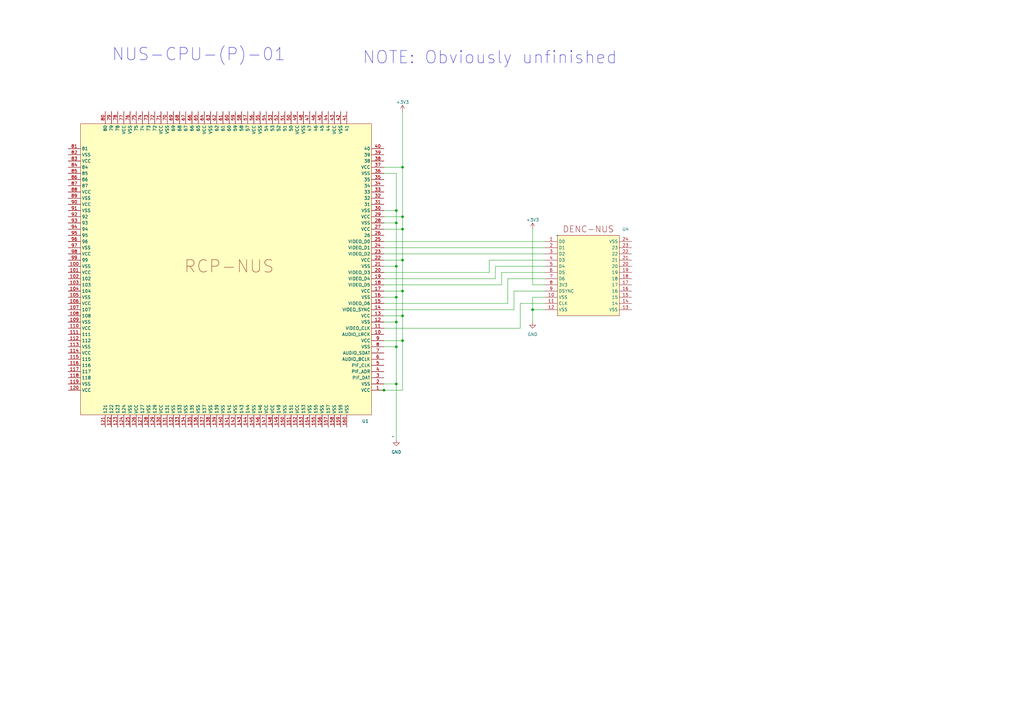
<source format=kicad_sch>
(kicad_sch (version 20230121) (generator eeschema)
  (paper "A3")
  (title_block (title "NUS-CPU-(P)-01") (date "2023-04-05"))
  (lib_symbols
    (symbol "n64:DENC-NUS"
      (property "Reference" "U" (at 0 0 0))
      (symbol "DENC-NUS_1_1"
        (rectangle (start -27.94 35.56) (end -2.54 2.54) (fill (type background)))
        (text "DENC-NUS" (at -15.24 38.1 0) (effects (font (size 2.54 2.54))))
        (pin bidirectional line (at -33.02 33.02 0) (length 5.08) (name "D0") (number "1"))
        (pin power_in line (at -33.02 10.16 0) (length 5.08) (name "VSS") (number "10"))
        (pin bidirectional line (at -33.02 7.62 0) (length 5.08) (name "CLK") (number "11"))
        (pin power_in line (at -33.02 5.08 0) (length 5.08) (name "VSS") (number "12"))
        (pin power_in line (at 2.54 5.08 180) (length 5.08) (name "VSS") (number "13"))
        (pin bidirectional line (at 2.54 7.62 180) (length 5.08) (name "14") (number "14"))
        (pin bidirectional line (at 2.54 10.16 180) (length 5.08) (name "15") (number "15"))
        (pin bidirectional line (at 2.54 12.7 180) (length 5.08) (name "16") (number "16"))
        (pin bidirectional line (at 2.54 15.24 180) (length 5.08) (name "17") (number "17"))
        (pin bidirectional line (at 2.54 17.78 180) (length 5.08) (name "18") (number "18"))
        (pin bidirectional line (at 2.54 20.32 180) (length 5.08) (name "19") (number "19"))
        (pin bidirectional line (at -33.02 30.48 0) (length 5.08) (name "D1") (number "2"))
        (pin bidirectional line (at 2.54 22.86 180) (length 5.08) (name "20") (number "20"))
        (pin bidirectional line (at 2.54 25.4 180) (length 5.08) (name "21") (number "21"))
        (pin bidirectional line (at 2.54 27.94 180) (length 5.08) (name "22") (number "22"))
        (pin bidirectional line (at 2.54 30.48 180) (length 5.08) (name "23") (number "23"))
        (pin power_in line (at 2.54 33.02 180) (length 5.08) (name "VSS") (number "24"))
        (pin bidirectional line (at -33.02 27.94 0) (length 5.08) (name "D2") (number "3"))
        (pin bidirectional line (at -33.02 25.4 0) (length 5.08) (name "D3") (number "4"))
        (pin bidirectional line (at -33.02 22.86 0) (length 5.08) (name "D4") (number "5"))
        (pin bidirectional line (at -33.02 20.32 0) (length 5.08) (name "D5") (number "6"))
        (pin bidirectional line (at -33.02 17.78 0) (length 5.08) (name "D6") (number "7"))
        (pin power_in line (at -33.02 15.24 0) (length 5.08) (name "3V3") (number "8"))
        (pin bidirectional line (at -33.02 12.7 0) (length 5.08) (name "DSYNC") (number "9"))
      )
    )
    (symbol "n64:RCP-NUS"
      (property "Reference" "U" (at 8.89 6.35 0))
      (symbol "RCP-NUS_1_1"
        (rectangle (start -119.38 134.62) (end 0 15.24) (fill (type background)))
        (text "RCP-NUS" (at -58.42 76.2 0) (effects (font (size 5.08 5.08))))
        (pin bidirectional line (at 5.08 25.4 180) (length 5.08) (name "VCC") (number "1"))
        (pin bidirectional line (at 5.08 48.26 180) (length 5.08) (name "AUDIO_LRCK") (number "10"))
        (pin bidirectional line (at -124.46 76.2 0) (length 5.08) (name "VSS") (number "100"))
        (pin bidirectional line (at -124.46 73.66 0) (length 5.08) (name "VCC") (number "101"))
        (pin bidirectional line (at -124.46 71.12 0) (length 5.08) (name "102") (number "102"))
        (pin bidirectional line (at -124.46 68.58 0) (length 5.08) (name "103") (number "103"))
        (pin bidirectional line (at -124.46 66.04 0) (length 5.08) (name "104") (number "104"))
        (pin bidirectional line (at -124.46 63.5 0) (length 5.08) (name "VSS") (number "105"))
        (pin bidirectional line (at -124.46 60.96 0) (length 5.08) (name "VCC") (number "106"))
        (pin bidirectional line (at -124.46 58.42 0) (length 5.08) (name "107") (number "107"))
        (pin bidirectional line (at -124.46 55.88 0) (length 5.08) (name "108") (number "108"))
        (pin bidirectional line (at -124.46 53.34 0) (length 5.08) (name "VSS") (number "109"))
        (pin bidirectional line (at 5.08 50.8 180) (length 5.08) (name "VIDEO_CLK") (number "11"))
        (pin bidirectional line (at -124.46 50.8 0) (length 5.08) (name "VCC") (number "110"))
        (pin bidirectional line (at -124.46 48.26 0) (length 5.08) (name "111") (number "111"))
        (pin bidirectional line (at -124.46 45.72 0) (length 5.08) (name "112") (number "112"))
        (pin bidirectional line (at -124.46 43.18 0) (length 5.08) (name "VSS") (number "113"))
        (pin bidirectional line (at -124.46 40.64 0) (length 5.08) (name "VCC") (number "114"))
        (pin bidirectional line (at -124.46 38.1 0) (length 5.08) (name "115") (number "115"))
        (pin bidirectional line (at -124.46 35.56 0) (length 5.08) (name "116") (number "116"))
        (pin bidirectional line (at -124.46 33.02 0) (length 5.08) (name "117") (number "117"))
        (pin bidirectional line (at -124.46 30.48 0) (length 5.08) (name "118") (number "118"))
        (pin bidirectional line (at -124.46 27.94 0) (length 5.08) (name "VSS") (number "119"))
        (pin bidirectional line (at 5.08 53.34 180) (length 5.08) (name "VSS") (number "12"))
        (pin bidirectional line (at -124.46 25.4 0) (length 5.08) (name "VCC") (number "120"))
        (pin bidirectional line (at -109.22 10.16 90) (length 5.08) (name "121") (number "121"))
        (pin bidirectional line (at -106.68 10.16 90) (length 5.08) (name "122") (number "122"))
        (pin bidirectional line (at -104.14 10.16 90) (length 5.08) (name "123") (number "123"))
        (pin bidirectional line (at -101.6 10.16 90) (length 5.08) (name "124") (number "124"))
        (pin bidirectional line (at -99.06 10.16 90) (length 5.08) (name "VSS") (number "125"))
        (pin bidirectional line (at -96.52 10.16 90) (length 5.08) (name "VCC") (number "126"))
        (pin bidirectional line (at -93.98 10.16 90) (length 5.08) (name "127") (number "127"))
        (pin bidirectional line (at -91.44 10.16 90) (length 5.08) (name "VSS") (number "128"))
        (pin bidirectional line (at -88.9 10.16 90) (length 5.08) (name "129") (number "129"))
        (pin bidirectional line (at 5.08 55.88 180) (length 5.08) (name "VCC") (number "13"))
        (pin bidirectional line (at -86.36 10.16 90) (length 5.08) (name "VCC") (number "130"))
        (pin bidirectional line (at -83.82 10.16 90) (length 5.08) (name "131") (number "131"))
        (pin bidirectional line (at -81.28 10.16 90) (length 5.08) (name "VSS") (number "132"))
        (pin bidirectional line (at -78.74 10.16 90) (length 5.08) (name "133") (number "133"))
        (pin bidirectional line (at -76.2 10.16 90) (length 5.08) (name "VSS") (number "134"))
        (pin bidirectional line (at -73.66 10.16 90) (length 5.08) (name "135") (number "135"))
        (pin bidirectional line (at -71.12 10.16 90) (length 5.08) (name "VSS") (number "136"))
        (pin bidirectional line (at -68.58 10.16 90) (length 5.08) (name "137") (number "137"))
        (pin bidirectional line (at -66.04 10.16 90) (length 5.08) (name "VSS") (number "138"))
        (pin bidirectional line (at -63.5 10.16 90) (length 5.08) (name "139") (number "139"))
        (pin bidirectional line (at 5.08 58.42 180) (length 5.08) (name "VIDEO_SYNC") (number "14"))
        (pin bidirectional line (at -60.96 10.16 90) (length 5.08) (name "VSS") (number "140"))
        (pin bidirectional line (at -58.42 10.16 90) (length 5.08) (name "141") (number "141"))
        (pin bidirectional line (at -55.88 10.16 90) (length 5.08) (name "VSS") (number "142"))
        (pin bidirectional line (at -53.34 10.16 90) (length 5.08) (name "143") (number "143"))
        (pin bidirectional line (at -50.8 10.16 90) (length 5.08) (name "144") (number "144"))
        (pin bidirectional line (at -48.26 10.16 90) (length 5.08) (name "VSS") (number "145"))
        (pin bidirectional line (at -45.72 10.16 90) (length 5.08) (name "146") (number "146"))
        (pin bidirectional line (at -43.18 10.16 90) (length 5.08) (name "VCC") (number "147"))
        (pin bidirectional line (at -40.64 10.16 90) (length 5.08) (name "VCC") (number "148"))
        (pin bidirectional line (at -38.1 10.16 90) (length 5.08) (name "149") (number "149"))
        (pin bidirectional line (at 5.08 60.96 180) (length 5.08) (name "VIDEO_D6") (number "15"))
        (pin bidirectional line (at -35.56 10.16 90) (length 5.08) (name "VSS") (number "150"))
        (pin bidirectional line (at -33.02 10.16 90) (length 5.08) (name "151") (number "151"))
        (pin bidirectional line (at -30.48 10.16 90) (length 5.08) (name "VCC") (number "152"))
        (pin bidirectional line (at -27.94 10.16 90) (length 5.08) (name "153") (number "153"))
        (pin bidirectional line (at -25.4 10.16 90) (length 5.08) (name "VSS") (number "154"))
        (pin bidirectional line (at -22.86 10.16 90) (length 5.08) (name "155") (number "155"))
        (pin bidirectional line (at -20.32 10.16 90) (length 5.08) (name "VSS") (number "156"))
        (pin bidirectional line (at -17.78 10.16 90) (length 5.08) (name "157") (number "157"))
        (pin bidirectional line (at -15.24 10.16 90) (length 5.08) (name "VSS") (number "158"))
        (pin bidirectional line (at -12.7 10.16 90) (length 5.08) (name "159") (number "159"))
        (pin bidirectional line (at 5.08 63.5 180) (length 5.08) (name "VSS") (number "16"))
        (pin bidirectional line (at -10.16 10.16 90) (length 5.08) (name "VSS") (number "160"))
        (pin bidirectional line (at 5.08 66.04 180) (length 5.08) (name "VCC") (number "17"))
        (pin bidirectional line (at 5.08 68.58 180) (length 5.08) (name "VIDEO_D5") (number "18"))
        (pin bidirectional line (at 5.08 71.12 180) (length 5.08) (name "VIDEO_D4") (number "19"))
        (pin bidirectional line (at 5.08 27.94 180) (length 5.08) (name "VSS") (number "2"))
        (pin bidirectional line (at 5.08 73.66 180) (length 5.08) (name "VIDEO_D3") (number "20"))
        (pin bidirectional line (at 5.08 76.2 180) (length 5.08) (name "VSS") (number "21"))
        (pin bidirectional line (at 5.08 78.74 180) (length 5.08) (name "VCC") (number "22"))
        (pin bidirectional line (at 5.08 81.28 180) (length 5.08) (name "VIDEO_D2") (number "23"))
        (pin bidirectional line (at 5.08 83.82 180) (length 5.08) (name "VIDEO_D1") (number "24"))
        (pin bidirectional line (at 5.08 86.36 180) (length 5.08) (name "VIDEO_D0") (number "25"))
        (pin bidirectional line (at 5.08 88.9 180) (length 5.08) (name "26") (number "26"))
        (pin bidirectional line (at 5.08 91.44 180) (length 5.08) (name "VCC") (number "27"))
        (pin bidirectional line (at 5.08 93.98 180) (length 5.08) (name "VSS") (number "28"))
        (pin bidirectional line (at 5.08 96.52 180) (length 5.08) (name "VCC") (number "29"))
        (pin bidirectional line (at 5.08 30.48 180) (length 5.08) (name "PIF_DAT") (number "3"))
        (pin bidirectional line (at 5.08 99.06 180) (length 5.08) (name "VSS") (number "30"))
        (pin bidirectional line (at 5.08 101.6 180) (length 5.08) (name "31") (number "31"))
        (pin bidirectional line (at 5.08 104.14 180) (length 5.08) (name "32") (number "32"))
        (pin bidirectional line (at 5.08 106.68 180) (length 5.08) (name "33") (number "33"))
        (pin bidirectional line (at 5.08 109.22 180) (length 5.08) (name "34") (number "34"))
        (pin bidirectional line (at 5.08 111.76 180) (length 5.08) (name "35") (number "35"))
        (pin bidirectional line (at 5.08 114.3 180) (length 5.08) (name "VSS") (number "36"))
        (pin bidirectional line (at 5.08 116.84 180) (length 5.08) (name "VCC") (number "37"))
        (pin bidirectional line (at 5.08 119.38 180) (length 5.08) (name "38") (number "38"))
        (pin bidirectional line (at 5.08 121.92 180) (length 5.08) (name "39") (number "39"))
        (pin bidirectional line (at 5.08 33.02 180) (length 5.08) (name "PIF_ADR") (number "4"))
        (pin bidirectional line (at 5.08 124.46 180) (length 5.08) (name "40") (number "40"))
        (pin bidirectional line (at -10.16 139.7 270) (length 5.08) (name "41") (number "41"))
        (pin bidirectional line (at -12.7 139.7 270) (length 5.08) (name "VSS") (number "42"))
        (pin bidirectional line (at -15.24 139.7 270) (length 5.08) (name "VCC") (number "43"))
        (pin bidirectional line (at -17.78 139.7 270) (length 5.08) (name "44") (number "44"))
        (pin bidirectional line (at -20.32 139.7 270) (length 5.08) (name "45") (number "45"))
        (pin bidirectional line (at -22.86 139.7 270) (length 5.08) (name "46") (number "46"))
        (pin bidirectional line (at -25.4 139.7 270) (length 5.08) (name "47") (number "47"))
        (pin bidirectional line (at -27.94 139.7 270) (length 5.08) (name "VSS") (number "48"))
        (pin bidirectional line (at -30.48 139.7 270) (length 5.08) (name "VCC") (number "49"))
        (pin bidirectional line (at 5.08 35.56 180) (length 5.08) (name "PIF_CLK") (number "5"))
        (pin bidirectional line (at -33.02 139.7 270) (length 5.08) (name "50") (number "50"))
        (pin bidirectional line (at -35.56 139.7 270) (length 5.08) (name "51") (number "51"))
        (pin bidirectional line (at -38.1 139.7 270) (length 5.08) (name "52") (number "52"))
        (pin bidirectional line (at -40.64 139.7 270) (length 5.08) (name "53") (number "53"))
        (pin bidirectional line (at -43.18 139.7 270) (length 5.08) (name "54") (number "54"))
        (pin bidirectional line (at -45.72 139.7 270) (length 5.08) (name "VSS") (number "55"))
        (pin bidirectional line (at -48.26 139.7 270) (length 5.08) (name "VCC") (number "56"))
        (pin bidirectional line (at -50.8 139.7 270) (length 5.08) (name "57") (number "57"))
        (pin bidirectional line (at -53.34 139.7 270) (length 5.08) (name "58") (number "58"))
        (pin bidirectional line (at -55.88 139.7 270) (length 5.08) (name "59") (number "59"))
        (pin bidirectional line (at 5.08 38.1 180) (length 5.08) (name "AUDIO_BCLK") (number "6"))
        (pin bidirectional line (at -58.42 139.7 270) (length 5.08) (name "60") (number "60"))
        (pin bidirectional line (at -60.96 139.7 270) (length 5.08) (name "61") (number "61"))
        (pin bidirectional line (at -63.5 139.7 270) (length 5.08) (name "62") (number "62"))
        (pin bidirectional line (at -66.04 139.7 270) (length 5.08) (name "VSS") (number "63"))
        (pin bidirectional line (at -68.58 139.7 270) (length 5.08) (name "VCC") (number "64"))
        (pin bidirectional line (at -71.12 139.7 270) (length 5.08) (name "65") (number "65"))
        (pin bidirectional line (at -73.66 139.7 270) (length 5.08) (name "66") (number "66"))
        (pin bidirectional line (at -76.2 139.7 270) (length 5.08) (name "67") (number "67"))
        (pin bidirectional line (at -78.74 139.7 270) (length 5.08) (name "68") (number "68"))
        (pin bidirectional line (at -81.28 139.7 270) (length 5.08) (name "69") (number "69"))
        (pin bidirectional line (at 5.08 40.64 180) (length 5.08) (name "AUDIO_SDAT") (number "7"))
        (pin bidirectional line (at -83.82 139.7 270) (length 5.08) (name "VSS") (number "70"))
        (pin bidirectional line (at -86.36 139.7 270) (length 5.08) (name "VCC") (number "71"))
        (pin bidirectional line (at -88.9 139.7 270) (length 5.08) (name "72") (number "72"))
        (pin bidirectional line (at -91.44 139.7 270) (length 5.08) (name "73") (number "73"))
        (pin bidirectional line (at -93.98 139.7 270) (length 5.08) (name "74") (number "74"))
        (pin bidirectional line (at -96.52 139.7 270) (length 5.08) (name "75") (number "75"))
        (pin bidirectional line (at -99.06 139.7 270) (length 5.08) (name "VSS") (number "76"))
        (pin bidirectional line (at -101.6 139.7 270) (length 5.08) (name "VCC") (number "77"))
        (pin bidirectional line (at -104.14 139.7 270) (length 5.08) (name "78") (number "78"))
        (pin bidirectional line (at -106.68 139.7 270) (length 5.08) (name "79") (number "79"))
        (pin bidirectional line (at 5.08 43.18 180) (length 5.08) (name "VSS") (number "8"))
        (pin bidirectional line (at -109.22 139.7 270) (length 5.08) (name "80") (number "80"))
        (pin bidirectional line (at -124.46 124.46 0) (length 5.08) (name "81") (number "81"))
        (pin bidirectional line (at -124.46 121.92 0) (length 5.08) (name "VSS") (number "82"))
        (pin bidirectional line (at -124.46 119.38 0) (length 5.08) (name "VCC") (number "83"))
        (pin bidirectional line (at -124.46 116.84 0) (length 5.08) (name "84") (number "84"))
        (pin bidirectional line (at -124.46 114.3 0) (length 5.08) (name "85") (number "85"))
        (pin bidirectional line (at -124.46 111.76 0) (length 5.08) (name "86") (number "86"))
        (pin bidirectional line (at -124.46 109.22 0) (length 5.08) (name "87") (number "87"))
        (pin bidirectional line (at -124.46 106.68 0) (length 5.08) (name "VCC") (number "88"))
        (pin bidirectional line (at -124.46 104.14 0) (length 5.08) (name "VSS") (number "89"))
        (pin bidirectional line (at 5.08 45.72 180) (length 5.08) (name "VCC") (number "9"))
        (pin bidirectional line (at -124.46 101.6 0) (length 5.08) (name "VCC") (number "90"))
        (pin bidirectional line (at -124.46 99.06 0) (length 5.08) (name "VSS") (number "91"))
        (pin bidirectional line (at -124.46 96.52 0) (length 5.08) (name "92") (number "92"))
        (pin bidirectional line (at -124.46 93.98 0) (length 5.08) (name "93") (number "93"))
        (pin bidirectional line (at -124.46 91.44 0) (length 5.08) (name "94") (number "94"))
        (pin bidirectional line (at -124.46 88.9 0) (length 5.08) (name "95") (number "95"))
        (pin bidirectional line (at -124.46 86.36 0) (length 5.08) (name "96") (number "96"))
        (pin bidirectional line (at -124.46 83.82 0) (length 5.08) (name "VSS") (number "97"))
        (pin bidirectional line (at -124.46 81.28 0) (length 5.08) (name "VCC") (number "98"))
        (pin bidirectional line (at -124.46 78.74 0) (length 5.08) (name "99") (number "99"))
      )
    )
    (symbol "power:+3V3" (power) (pin_names (offset 0))
      (property "Value" "+3V3" (at 0 3.556 0))
      (symbol "+3V3_0_1"
        (polyline (pts (xy -0.762 1.27) (xy 0 2.54)))
        (polyline (pts (xy 0 0) (xy 0 2.54)))
        (polyline (pts (xy 0 2.54) (xy 0.762 1.27)))
      )
      (symbol "+3V3_1_1"
        (pin power_in line (at 0 0 90) (length 0) hide (name "+3V3") (number "1"))
      )
    )
    (symbol "power:GND" (power) (pin_names (offset 0))
      (property "Value" "GND" (at 0 -3.81 0))
      (symbol "GND_0_1"
        (polyline (pts (xy 0 0) (xy 0 -1.27) (xy 1.27 -1.27) (xy 0 -2.54) (xy -1.27 -1.27) (xy 0 -1.27)))
      )
      (symbol "GND_1_1"
        (pin power_in line (at 0 0 270) (length 0) hide (name "GND") (number "1"))
      )
    )
  )
  (junction (at 165.1 139.7))
  (junction (at 165.1 119.38))
  (junction (at 162.56 109.22))
  (junction (at 162.56 91.44))
  (junction (at 165.1 129.54))
  (junction (at 162.56 132.08))
  (junction (at 218.44 127))
  (junction (at 162.56 142.24))
  (junction (at 162.56 157.48))
  (junction (at 165.1 93.98))
  (junction (at 157.48 160.02))
  (junction (at 165.1 106.68))
  (junction (at 165.1 68.58))
  (junction (at 165.1 88.9))
  (junction (at 162.56 121.92))
  (junction (at 162.56 86.36))
  (wire (pts (xy 165.1 88.9) (xy 165.1 93.98)))
  (wire (pts (xy 203.2 114.3) (xy 157.48 114.3)))
  (wire (pts (xy 157.48 91.44) (xy 162.56 91.44)))
  (wire (pts (xy 205.74 111.76) (xy 223.52 111.76)))
  (wire (pts (xy 162.56 180.34) (xy 162.56 157.48)))
  (wire (pts (xy 223.52 124.46) (xy 213.36 124.46)))
  (wire (pts (xy 223.52 119.38) (xy 210.82 119.38)))
  (wire (pts (xy 157.48 106.68) (xy 165.1 106.68)))
  (wire (pts (xy 165.1 139.7) (xy 165.1 160.02)))
  (wire (pts (xy 157.48 119.38) (xy 165.1 119.38)))
  (wire (pts (xy 165.1 129.54) (xy 165.1 139.7)))
  (wire (pts (xy 165.1 93.98) (xy 165.1 106.68)))
  (wire (pts (xy 165.1 106.68) (xy 165.1 119.38)))
  (wire (pts (xy 200.66 106.68) (xy 223.52 106.68)))
  (wire (pts (xy 218.44 93.98) (xy 218.44 116.84)))
  (wire (pts (xy 157.48 99.06) (xy 223.52 99.06)))
  (wire (pts (xy 157.48 121.92) (xy 162.56 121.92)))
  (wire (pts (xy 210.82 119.38) (xy 210.82 127)))
  (wire (pts (xy 162.56 132.08) (xy 162.56 121.92)))
  (wire (pts (xy 165.1 119.38) (xy 165.1 129.54)))
  (wire (pts (xy 157.48 111.76) (xy 200.66 111.76)))
  (wire (pts (xy 223.52 109.22) (xy 203.2 109.22)))
  (wire (pts (xy 162.56 121.92) (xy 162.56 109.22)))
  (wire (pts (xy 157.48 116.84) (xy 205.74 116.84)))
  (wire (pts (xy 218.44 121.92) (xy 218.44 127)))
  (wire (pts (xy 157.48 129.54) (xy 165.1 129.54)))
  (wire (pts (xy 208.28 124.46) (xy 157.48 124.46)))
  (wire (pts (xy 223.52 114.3) (xy 208.28 114.3)))
  (wire (pts (xy 205.74 116.84) (xy 205.74 111.76)))
  (wire (pts (xy 162.56 71.12) (xy 157.48 71.12)))
  (wire (pts (xy 157.48 93.98) (xy 165.1 93.98)))
  (wire (pts (xy 223.52 121.92) (xy 218.44 121.92)))
  (wire (pts (xy 162.56 86.36) (xy 162.56 71.12)))
  (wire (pts (xy 213.36 134.62) (xy 157.48 134.62)))
  (wire (pts (xy 157.48 157.48) (xy 162.56 157.48)))
  (wire (pts (xy 218.44 116.84) (xy 223.52 116.84)))
  (wire (pts (xy 210.82 127) (xy 157.48 127)))
  (wire (pts (xy 165.1 45.72) (xy 165.1 68.58)))
  (wire (pts (xy 157.48 142.24) (xy 162.56 142.24)))
  (wire (pts (xy 157.48 160.02) (xy 154.94 160.02)))
  (wire (pts (xy 157.48 109.22) (xy 162.56 109.22)))
  (wire (pts (xy 162.56 157.48) (xy 162.56 142.24)))
  (wire (pts (xy 200.66 111.76) (xy 200.66 106.68)))
  (wire (pts (xy 165.1 160.02) (xy 157.48 160.02)))
  (wire (pts (xy 157.48 132.08) (xy 162.56 132.08)))
  (wire (pts (xy 157.48 68.58) (xy 165.1 68.58)))
  (wire (pts (xy 218.44 127) (xy 223.52 127)))
  (wire (pts (xy 162.56 109.22) (xy 162.56 91.44)))
  (wire (pts (xy 162.56 142.24) (xy 162.56 132.08)))
  (wire (pts (xy 157.48 101.6) (xy 223.52 101.6)))
  (wire (pts (xy 165.1 68.58) (xy 165.1 88.9)))
  (wire (pts (xy 208.28 114.3) (xy 208.28 124.46)))
  (wire (pts (xy 157.48 86.36) (xy 162.56 86.36)))
  (wire (pts (xy 162.56 91.44) (xy 162.56 86.36)))
  (wire (pts (xy 203.2 109.22) (xy 203.2 114.3)))
  (wire (pts (xy 157.48 139.7) (xy 165.1 139.7)))
  (wire (pts (xy 213.36 124.46) (xy 213.36 134.62)))
  (wire (pts (xy 157.48 88.9) (xy 165.1 88.9)))
  (wire (pts (xy 218.44 127) (xy 218.44 132.08)))
  (wire (pts (xy 157.48 104.14) (xy 223.52 104.14)))
  (text "NOTE: Obviously unfinished" (at 148.59 26.67 0) (effects (font (size 5.08 5.08)) (justify left bottom)))
  (text "NUS-CPU-(P)-01" (at 45.72 25.4 0) (effects (font (size 5.08 5.08)) (justify left bottom)))
  (symbol (lib_id "power:+3V3") (at 218.44 93.98 0) (unit 1)
    (property "Reference" "#PWR03" (effects hide))
    (property "Value" "+3V3" (at 218.44 90.17 0))
    (instances (project "n64-kicad" (path "" (reference "#PWR03") (unit 1)) (path "" (reference "#PWR03") (unit 1)) (path "" (reference "#PWR07") (unit 1))))
  )
  (symbol (lib_id "power:GND") (at 218.44 132.08 0) (unit 1)
    (property "Reference" "#PWR04" (effects hide))
    (property "Value" "GND" (at 218.44 137.16 0))
    (instances (project "n64-kicad" (path "" (reference "#PWR04") (unit 1)) (path "" (reference "#PWR04") (unit 1)) (path "" (reference "#PWR08") (unit 1))))
  )
  (symbol (lib_id "power:+3V3") (at 165.1 45.72 0) (unit 1)
    (property "Reference" "#PWR02" (effects hide))
    (property "Value" "+3V3" (at 165.1 41.91 0))
    (instances (project "n64-kicad" (path "" (reference "#PWR02") (unit 1)) (path "" (reference "#PWR02") (unit 1)) (path "" (reference "#PWR06") (unit 1))))
  )
  (symbol (lib_id "n64:RCP-NUS") (at 152.4 185.42 0) (unit 1)
    (property "Reference" "U1" (at 149.86 172.72 0))
    (property "Value" "~" (at 161.29 179.07 0))
    (instances (project "n64-kicad" (path "" (reference "U1") (unit 1)) (path "" (reference "U1") (unit 1)) (path "" (reference "U3") (unit 1))))
  )
  (symbol (lib_id "n64:DENC-NUS") (at 256.54 132.08 0) (unit 1)
    (property "Reference" "U4" (at 256.54 93.98 0))
    (property "Value" "~" (at 228.6 96.52 0))
    (instances (project "n64-kicad" (path "" (reference "U4") (unit 1)) (path "" (reference "U2") (unit 1)) (path "" (reference "U4") (unit 1))))
  )
  (symbol (lib_id "power:GND") (at 162.56 180.34 0) (unit 1)
    (property "Reference" "#PWR01" (effects hide))
    (property "Value" "GND" (at 162.56 185.42 0))
    (instances (project "n64-kicad" (path "" (reference "#PWR01") (unit 1)) (path "" (reference "#PWR01") (unit 1)) (path "" (reference "#PWR05") (unit 1))))
  )
)
</source>
